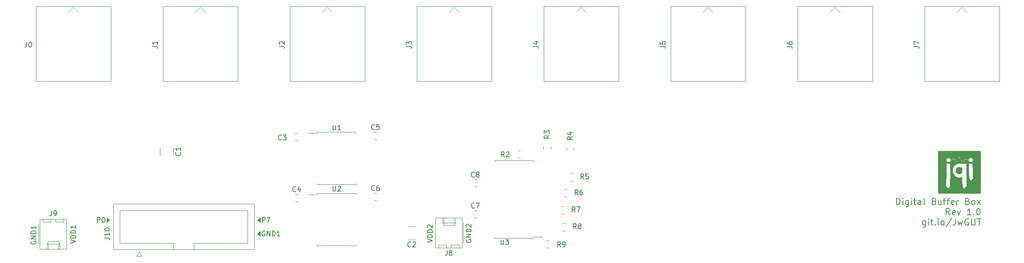
<source format=gbr>
%TF.GenerationSoftware,KiCad,Pcbnew,(5.1.10-1-10_14)*%
%TF.CreationDate,2021-10-08T10:07:37-04:00*%
%TF.ProjectId,BufferBox,42756666-6572-4426-9f78-2e6b69636164,1.1*%
%TF.SameCoordinates,Original*%
%TF.FileFunction,Legend,Top*%
%TF.FilePolarity,Positive*%
%FSLAX46Y46*%
G04 Gerber Fmt 4.6, Leading zero omitted, Abs format (unit mm)*
G04 Created by KiCad (PCBNEW (5.1.10-1-10_14)) date 2021-10-08 10:07:37*
%MOMM*%
%LPD*%
G01*
G04 APERTURE LIST*
%ADD10C,0.150000*%
%ADD11C,0.100000*%
%ADD12C,0.010000*%
%ADD13C,0.120000*%
G04 APERTURE END LIST*
D10*
X223898690Y-104899523D02*
X223898690Y-103629523D01*
X224201071Y-103629523D01*
X224382500Y-103690000D01*
X224503452Y-103810952D01*
X224563928Y-103931904D01*
X224624404Y-104173809D01*
X224624404Y-104355238D01*
X224563928Y-104597142D01*
X224503452Y-104718095D01*
X224382500Y-104839047D01*
X224201071Y-104899523D01*
X223898690Y-104899523D01*
X225168690Y-104899523D02*
X225168690Y-104052857D01*
X225168690Y-103629523D02*
X225108214Y-103690000D01*
X225168690Y-103750476D01*
X225229166Y-103690000D01*
X225168690Y-103629523D01*
X225168690Y-103750476D01*
X226317738Y-104052857D02*
X226317738Y-105080952D01*
X226257261Y-105201904D01*
X226196785Y-105262380D01*
X226075833Y-105322857D01*
X225894404Y-105322857D01*
X225773452Y-105262380D01*
X226317738Y-104839047D02*
X226196785Y-104899523D01*
X225954880Y-104899523D01*
X225833928Y-104839047D01*
X225773452Y-104778571D01*
X225712976Y-104657619D01*
X225712976Y-104294761D01*
X225773452Y-104173809D01*
X225833928Y-104113333D01*
X225954880Y-104052857D01*
X226196785Y-104052857D01*
X226317738Y-104113333D01*
X226922500Y-104899523D02*
X226922500Y-104052857D01*
X226922500Y-103629523D02*
X226862023Y-103690000D01*
X226922500Y-103750476D01*
X226982976Y-103690000D01*
X226922500Y-103629523D01*
X226922500Y-103750476D01*
X227345833Y-104052857D02*
X227829642Y-104052857D01*
X227527261Y-103629523D02*
X227527261Y-104718095D01*
X227587738Y-104839047D01*
X227708690Y-104899523D01*
X227829642Y-104899523D01*
X228797261Y-104899523D02*
X228797261Y-104234285D01*
X228736785Y-104113333D01*
X228615833Y-104052857D01*
X228373928Y-104052857D01*
X228252976Y-104113333D01*
X228797261Y-104839047D02*
X228676309Y-104899523D01*
X228373928Y-104899523D01*
X228252976Y-104839047D01*
X228192500Y-104718095D01*
X228192500Y-104597142D01*
X228252976Y-104476190D01*
X228373928Y-104415714D01*
X228676309Y-104415714D01*
X228797261Y-104355238D01*
X229583452Y-104899523D02*
X229462500Y-104839047D01*
X229402023Y-104718095D01*
X229402023Y-103629523D01*
X231458214Y-104234285D02*
X231639642Y-104294761D01*
X231700119Y-104355238D01*
X231760595Y-104476190D01*
X231760595Y-104657619D01*
X231700119Y-104778571D01*
X231639642Y-104839047D01*
X231518690Y-104899523D01*
X231034880Y-104899523D01*
X231034880Y-103629523D01*
X231458214Y-103629523D01*
X231579166Y-103690000D01*
X231639642Y-103750476D01*
X231700119Y-103871428D01*
X231700119Y-103992380D01*
X231639642Y-104113333D01*
X231579166Y-104173809D01*
X231458214Y-104234285D01*
X231034880Y-104234285D01*
X232849166Y-104052857D02*
X232849166Y-104899523D01*
X232304880Y-104052857D02*
X232304880Y-104718095D01*
X232365357Y-104839047D01*
X232486309Y-104899523D01*
X232667738Y-104899523D01*
X232788690Y-104839047D01*
X232849166Y-104778571D01*
X233272500Y-104052857D02*
X233756309Y-104052857D01*
X233453928Y-104899523D02*
X233453928Y-103810952D01*
X233514404Y-103690000D01*
X233635357Y-103629523D01*
X233756309Y-103629523D01*
X233998214Y-104052857D02*
X234482023Y-104052857D01*
X234179642Y-104899523D02*
X234179642Y-103810952D01*
X234240119Y-103690000D01*
X234361071Y-103629523D01*
X234482023Y-103629523D01*
X235389166Y-104839047D02*
X235268214Y-104899523D01*
X235026309Y-104899523D01*
X234905357Y-104839047D01*
X234844880Y-104718095D01*
X234844880Y-104234285D01*
X234905357Y-104113333D01*
X235026309Y-104052857D01*
X235268214Y-104052857D01*
X235389166Y-104113333D01*
X235449642Y-104234285D01*
X235449642Y-104355238D01*
X234844880Y-104476190D01*
X235993928Y-104899523D02*
X235993928Y-104052857D01*
X235993928Y-104294761D02*
X236054404Y-104173809D01*
X236114880Y-104113333D01*
X236235833Y-104052857D01*
X236356785Y-104052857D01*
X238171071Y-104234285D02*
X238352500Y-104294761D01*
X238412976Y-104355238D01*
X238473452Y-104476190D01*
X238473452Y-104657619D01*
X238412976Y-104778571D01*
X238352500Y-104839047D01*
X238231547Y-104899523D01*
X237747738Y-104899523D01*
X237747738Y-103629523D01*
X238171071Y-103629523D01*
X238292023Y-103690000D01*
X238352500Y-103750476D01*
X238412976Y-103871428D01*
X238412976Y-103992380D01*
X238352500Y-104113333D01*
X238292023Y-104173809D01*
X238171071Y-104234285D01*
X237747738Y-104234285D01*
X239199166Y-104899523D02*
X239078214Y-104839047D01*
X239017738Y-104778571D01*
X238957261Y-104657619D01*
X238957261Y-104294761D01*
X239017738Y-104173809D01*
X239078214Y-104113333D01*
X239199166Y-104052857D01*
X239380595Y-104052857D01*
X239501547Y-104113333D01*
X239562023Y-104173809D01*
X239622500Y-104294761D01*
X239622500Y-104657619D01*
X239562023Y-104778571D01*
X239501547Y-104839047D01*
X239380595Y-104899523D01*
X239199166Y-104899523D01*
X240045833Y-104899523D02*
X240711071Y-104052857D01*
X240045833Y-104052857D02*
X240711071Y-104899523D01*
X234602976Y-106954523D02*
X234179642Y-106349761D01*
X233877261Y-106954523D02*
X233877261Y-105684523D01*
X234361071Y-105684523D01*
X234482023Y-105745000D01*
X234542500Y-105805476D01*
X234602976Y-105926428D01*
X234602976Y-106107857D01*
X234542500Y-106228809D01*
X234482023Y-106289285D01*
X234361071Y-106349761D01*
X233877261Y-106349761D01*
X235631071Y-106894047D02*
X235510119Y-106954523D01*
X235268214Y-106954523D01*
X235147261Y-106894047D01*
X235086785Y-106773095D01*
X235086785Y-106289285D01*
X235147261Y-106168333D01*
X235268214Y-106107857D01*
X235510119Y-106107857D01*
X235631071Y-106168333D01*
X235691547Y-106289285D01*
X235691547Y-106410238D01*
X235086785Y-106531190D01*
X236114880Y-106107857D02*
X236417261Y-106954523D01*
X236719642Y-106107857D01*
X238836309Y-106954523D02*
X238110595Y-106954523D01*
X238473452Y-106954523D02*
X238473452Y-105684523D01*
X238352500Y-105865952D01*
X238231547Y-105986904D01*
X238110595Y-106047380D01*
X239380595Y-106833571D02*
X239441071Y-106894047D01*
X239380595Y-106954523D01*
X239320119Y-106894047D01*
X239380595Y-106833571D01*
X239380595Y-106954523D01*
X240227261Y-105684523D02*
X240348214Y-105684523D01*
X240469166Y-105745000D01*
X240529642Y-105805476D01*
X240590119Y-105926428D01*
X240650595Y-106168333D01*
X240650595Y-106470714D01*
X240590119Y-106712619D01*
X240529642Y-106833571D01*
X240469166Y-106894047D01*
X240348214Y-106954523D01*
X240227261Y-106954523D01*
X240106309Y-106894047D01*
X240045833Y-106833571D01*
X239985357Y-106712619D01*
X239924880Y-106470714D01*
X239924880Y-106168333D01*
X239985357Y-105926428D01*
X240045833Y-105805476D01*
X240106309Y-105745000D01*
X240227261Y-105684523D01*
X229704404Y-108162857D02*
X229704404Y-109190952D01*
X229643928Y-109311904D01*
X229583452Y-109372380D01*
X229462500Y-109432857D01*
X229281071Y-109432857D01*
X229160119Y-109372380D01*
X229704404Y-108949047D02*
X229583452Y-109009523D01*
X229341547Y-109009523D01*
X229220595Y-108949047D01*
X229160119Y-108888571D01*
X229099642Y-108767619D01*
X229099642Y-108404761D01*
X229160119Y-108283809D01*
X229220595Y-108223333D01*
X229341547Y-108162857D01*
X229583452Y-108162857D01*
X229704404Y-108223333D01*
X230309166Y-109009523D02*
X230309166Y-108162857D01*
X230309166Y-107739523D02*
X230248690Y-107800000D01*
X230309166Y-107860476D01*
X230369642Y-107800000D01*
X230309166Y-107739523D01*
X230309166Y-107860476D01*
X230732500Y-108162857D02*
X231216309Y-108162857D01*
X230913928Y-107739523D02*
X230913928Y-108828095D01*
X230974404Y-108949047D01*
X231095357Y-109009523D01*
X231216309Y-109009523D01*
X231639642Y-108888571D02*
X231700119Y-108949047D01*
X231639642Y-109009523D01*
X231579166Y-108949047D01*
X231639642Y-108888571D01*
X231639642Y-109009523D01*
X232244404Y-109009523D02*
X232244404Y-108162857D01*
X232244404Y-107739523D02*
X232183928Y-107800000D01*
X232244404Y-107860476D01*
X232304880Y-107800000D01*
X232244404Y-107739523D01*
X232244404Y-107860476D01*
X233030595Y-109009523D02*
X232909642Y-108949047D01*
X232849166Y-108888571D01*
X232788690Y-108767619D01*
X232788690Y-108404761D01*
X232849166Y-108283809D01*
X232909642Y-108223333D01*
X233030595Y-108162857D01*
X233212023Y-108162857D01*
X233332976Y-108223333D01*
X233393452Y-108283809D01*
X233453928Y-108404761D01*
X233453928Y-108767619D01*
X233393452Y-108888571D01*
X233332976Y-108949047D01*
X233212023Y-109009523D01*
X233030595Y-109009523D01*
X234905357Y-107679047D02*
X233816785Y-109311904D01*
X235691547Y-107739523D02*
X235691547Y-108646666D01*
X235631071Y-108828095D01*
X235510119Y-108949047D01*
X235328690Y-109009523D01*
X235207738Y-109009523D01*
X236175357Y-108162857D02*
X236417261Y-109009523D01*
X236659166Y-108404761D01*
X236901071Y-109009523D01*
X237142976Y-108162857D01*
X238292023Y-107800000D02*
X238171071Y-107739523D01*
X237989642Y-107739523D01*
X237808214Y-107800000D01*
X237687261Y-107920952D01*
X237626785Y-108041904D01*
X237566309Y-108283809D01*
X237566309Y-108465238D01*
X237626785Y-108707142D01*
X237687261Y-108828095D01*
X237808214Y-108949047D01*
X237989642Y-109009523D01*
X238110595Y-109009523D01*
X238292023Y-108949047D01*
X238352500Y-108888571D01*
X238352500Y-108465238D01*
X238110595Y-108465238D01*
X238896785Y-107739523D02*
X238896785Y-108767619D01*
X238957261Y-108888571D01*
X239017738Y-108949047D01*
X239138690Y-109009523D01*
X239380595Y-109009523D01*
X239501547Y-108949047D01*
X239562023Y-108888571D01*
X239622500Y-108767619D01*
X239622500Y-107739523D01*
X240045833Y-107739523D02*
X240771547Y-107739523D01*
X240408690Y-109009523D02*
X240408690Y-107739523D01*
X130052380Y-112459523D02*
X131052380Y-112126190D01*
X130052380Y-111792857D01*
X131052380Y-111459523D02*
X130052380Y-111459523D01*
X130052380Y-111221428D01*
X130100000Y-111078571D01*
X130195238Y-110983333D01*
X130290476Y-110935714D01*
X130480952Y-110888095D01*
X130623809Y-110888095D01*
X130814285Y-110935714D01*
X130909523Y-110983333D01*
X131004761Y-111078571D01*
X131052380Y-111221428D01*
X131052380Y-111459523D01*
X131052380Y-110459523D02*
X130052380Y-110459523D01*
X130052380Y-110221428D01*
X130100000Y-110078571D01*
X130195238Y-109983333D01*
X130290476Y-109935714D01*
X130480952Y-109888095D01*
X130623809Y-109888095D01*
X130814285Y-109935714D01*
X130909523Y-109983333D01*
X131004761Y-110078571D01*
X131052380Y-110221428D01*
X131052380Y-110459523D01*
X130147619Y-109507142D02*
X130100000Y-109459523D01*
X130052380Y-109364285D01*
X130052380Y-109126190D01*
X130100000Y-109030952D01*
X130147619Y-108983333D01*
X130242857Y-108935714D01*
X130338095Y-108935714D01*
X130480952Y-108983333D01*
X131052380Y-109554761D01*
X131052380Y-108935714D01*
X137850000Y-111888095D02*
X137802380Y-111983333D01*
X137802380Y-112126190D01*
X137850000Y-112269047D01*
X137945238Y-112364285D01*
X138040476Y-112411904D01*
X138230952Y-112459523D01*
X138373809Y-112459523D01*
X138564285Y-112411904D01*
X138659523Y-112364285D01*
X138754761Y-112269047D01*
X138802380Y-112126190D01*
X138802380Y-112030952D01*
X138754761Y-111888095D01*
X138707142Y-111840476D01*
X138373809Y-111840476D01*
X138373809Y-112030952D01*
X138802380Y-111411904D02*
X137802380Y-111411904D01*
X138802380Y-110840476D01*
X137802380Y-110840476D01*
X138802380Y-110364285D02*
X137802380Y-110364285D01*
X137802380Y-110126190D01*
X137850000Y-109983333D01*
X137945238Y-109888095D01*
X138040476Y-109840476D01*
X138230952Y-109792857D01*
X138373809Y-109792857D01*
X138564285Y-109840476D01*
X138659523Y-109888095D01*
X138754761Y-109983333D01*
X138802380Y-110126190D01*
X138802380Y-110364285D01*
X137897619Y-109411904D02*
X137850000Y-109364285D01*
X137802380Y-109269047D01*
X137802380Y-109030952D01*
X137850000Y-108935714D01*
X137897619Y-108888095D01*
X137992857Y-108840476D01*
X138088095Y-108840476D01*
X138230952Y-108888095D01*
X138802380Y-109459523D01*
X138802380Y-108840476D01*
X50750000Y-112238095D02*
X50702380Y-112333333D01*
X50702380Y-112476190D01*
X50750000Y-112619047D01*
X50845238Y-112714285D01*
X50940476Y-112761904D01*
X51130952Y-112809523D01*
X51273809Y-112809523D01*
X51464285Y-112761904D01*
X51559523Y-112714285D01*
X51654761Y-112619047D01*
X51702380Y-112476190D01*
X51702380Y-112380952D01*
X51654761Y-112238095D01*
X51607142Y-112190476D01*
X51273809Y-112190476D01*
X51273809Y-112380952D01*
X51702380Y-111761904D02*
X50702380Y-111761904D01*
X51702380Y-111190476D01*
X50702380Y-111190476D01*
X51702380Y-110714285D02*
X50702380Y-110714285D01*
X50702380Y-110476190D01*
X50750000Y-110333333D01*
X50845238Y-110238095D01*
X50940476Y-110190476D01*
X51130952Y-110142857D01*
X51273809Y-110142857D01*
X51464285Y-110190476D01*
X51559523Y-110238095D01*
X51654761Y-110333333D01*
X51702380Y-110476190D01*
X51702380Y-110714285D01*
X51702380Y-109190476D02*
X51702380Y-109761904D01*
X51702380Y-109476190D02*
X50702380Y-109476190D01*
X50845238Y-109571428D01*
X50940476Y-109666666D01*
X50988095Y-109761904D01*
X58702380Y-112609523D02*
X59702380Y-112276190D01*
X58702380Y-111942857D01*
X59702380Y-111609523D02*
X58702380Y-111609523D01*
X58702380Y-111371428D01*
X58750000Y-111228571D01*
X58845238Y-111133333D01*
X58940476Y-111085714D01*
X59130952Y-111038095D01*
X59273809Y-111038095D01*
X59464285Y-111085714D01*
X59559523Y-111133333D01*
X59654761Y-111228571D01*
X59702380Y-111371428D01*
X59702380Y-111609523D01*
X59702380Y-110609523D02*
X58702380Y-110609523D01*
X58702380Y-110371428D01*
X58750000Y-110228571D01*
X58845238Y-110133333D01*
X58940476Y-110085714D01*
X59130952Y-110038095D01*
X59273809Y-110038095D01*
X59464285Y-110085714D01*
X59559523Y-110133333D01*
X59654761Y-110228571D01*
X59702380Y-110371428D01*
X59702380Y-110609523D01*
X59702380Y-109085714D02*
X59702380Y-109657142D01*
X59702380Y-109371428D02*
X58702380Y-109371428D01*
X58845238Y-109466666D01*
X58940476Y-109561904D01*
X58988095Y-109657142D01*
D11*
G36*
X96600000Y-111250000D02*
G01*
X96000000Y-110750000D01*
X96600000Y-110250000D01*
X96600000Y-111250000D01*
G37*
X96600000Y-111250000D02*
X96000000Y-110750000D01*
X96600000Y-110250000D01*
X96600000Y-111250000D01*
D10*
X97511904Y-110250000D02*
X97416666Y-110202380D01*
X97273809Y-110202380D01*
X97130952Y-110250000D01*
X97035714Y-110345238D01*
X96988095Y-110440476D01*
X96940476Y-110630952D01*
X96940476Y-110773809D01*
X96988095Y-110964285D01*
X97035714Y-111059523D01*
X97130952Y-111154761D01*
X97273809Y-111202380D01*
X97369047Y-111202380D01*
X97511904Y-111154761D01*
X97559523Y-111107142D01*
X97559523Y-110773809D01*
X97369047Y-110773809D01*
X97988095Y-111202380D02*
X97988095Y-110202380D01*
X98559523Y-111202380D01*
X98559523Y-110202380D01*
X99035714Y-111202380D02*
X99035714Y-110202380D01*
X99273809Y-110202380D01*
X99416666Y-110250000D01*
X99511904Y-110345238D01*
X99559523Y-110440476D01*
X99607142Y-110630952D01*
X99607142Y-110773809D01*
X99559523Y-110964285D01*
X99511904Y-111059523D01*
X99416666Y-111154761D01*
X99273809Y-111202380D01*
X99035714Y-111202380D01*
X100559523Y-111202380D02*
X99988095Y-111202380D01*
X100273809Y-111202380D02*
X100273809Y-110202380D01*
X100178571Y-110345238D01*
X100083333Y-110440476D01*
X99988095Y-110488095D01*
X97011904Y-108452380D02*
X97011904Y-107452380D01*
X97392857Y-107452380D01*
X97488095Y-107500000D01*
X97535714Y-107547619D01*
X97583333Y-107642857D01*
X97583333Y-107785714D01*
X97535714Y-107880952D01*
X97488095Y-107928571D01*
X97392857Y-107976190D01*
X97011904Y-107976190D01*
X97916666Y-107452380D02*
X98583333Y-107452380D01*
X98154761Y-108452380D01*
D11*
G36*
X96600000Y-108500000D02*
G01*
X96000000Y-108000000D01*
X96600000Y-107500000D01*
X96600000Y-108500000D01*
G37*
X96600000Y-108500000D02*
X96000000Y-108000000D01*
X96600000Y-107500000D01*
X96600000Y-108500000D01*
G36*
X66500000Y-108000000D02*
G01*
X65900000Y-108500000D01*
X65900000Y-107500000D01*
X66500000Y-108000000D01*
G37*
X66500000Y-108000000D02*
X65900000Y-108500000D01*
X65900000Y-107500000D01*
X66500000Y-108000000D01*
D10*
X64011904Y-108452380D02*
X64011904Y-107452380D01*
X64392857Y-107452380D01*
X64488095Y-107500000D01*
X64535714Y-107547619D01*
X64583333Y-107642857D01*
X64583333Y-107785714D01*
X64535714Y-107880952D01*
X64488095Y-107928571D01*
X64392857Y-107976190D01*
X64011904Y-107976190D01*
X65202380Y-107452380D02*
X65297619Y-107452380D01*
X65392857Y-107500000D01*
X65440476Y-107547619D01*
X65488095Y-107642857D01*
X65535714Y-107833333D01*
X65535714Y-108071428D01*
X65488095Y-108261904D01*
X65440476Y-108357142D01*
X65392857Y-108404761D01*
X65297619Y-108452380D01*
X65202380Y-108452380D01*
X65107142Y-108404761D01*
X65059523Y-108357142D01*
X65011904Y-108261904D01*
X64964285Y-108071428D01*
X64964285Y-107833333D01*
X65011904Y-107642857D01*
X65059523Y-107547619D01*
X65107142Y-107500000D01*
X65202380Y-107452380D01*
D12*
%TO.C,G\u002A\u002A\u002A*%
G36*
X240715333Y-102657333D02*
G01*
X232248667Y-102657333D01*
X232248667Y-101102653D01*
X233646342Y-101102653D01*
X233784457Y-101255576D01*
X233899767Y-101383682D01*
X234016874Y-101514421D01*
X234045117Y-101546083D01*
X234145227Y-101645255D01*
X234222524Y-101675428D01*
X234301018Y-101638141D01*
X234374725Y-101567250D01*
X234439952Y-101490436D01*
X234493402Y-101405493D01*
X234536398Y-101303264D01*
X234570261Y-101174596D01*
X234596313Y-101010331D01*
X234615878Y-100801316D01*
X234630277Y-100538394D01*
X234640833Y-100212411D01*
X234648867Y-99814210D01*
X234651394Y-99651667D01*
X234655477Y-99269874D01*
X234657079Y-98867340D01*
X234656305Y-98464984D01*
X234653258Y-98083728D01*
X234651052Y-97940170D01*
X235093587Y-97940170D01*
X235117034Y-98292970D01*
X235150214Y-98446856D01*
X235267067Y-98756141D01*
X235441948Y-99024509D01*
X235664004Y-99240279D01*
X235922382Y-99391771D01*
X236076300Y-99443526D01*
X236256584Y-99470341D01*
X236475524Y-99466400D01*
X236750307Y-99431046D01*
X236847852Y-99413911D01*
X236980871Y-99389397D01*
X237001353Y-100208448D01*
X237012075Y-100543144D01*
X237026121Y-100804248D01*
X237044456Y-101002801D01*
X237068044Y-101149846D01*
X237091259Y-101237555D01*
X237155631Y-101384953D01*
X237241795Y-101521984D01*
X237333669Y-101627654D01*
X237415174Y-101680970D01*
X237432972Y-101683667D01*
X237480917Y-101655295D01*
X237572152Y-101579018D01*
X237691421Y-101468096D01*
X237768479Y-101392057D01*
X238057853Y-101100448D01*
X237966205Y-100976487D01*
X237945573Y-100947227D01*
X237928308Y-100915202D01*
X237914122Y-100873106D01*
X237902729Y-100813634D01*
X237893842Y-100729480D01*
X237887172Y-100613338D01*
X237882433Y-100457902D01*
X237879338Y-100255867D01*
X237877599Y-99999927D01*
X237876930Y-99682775D01*
X237877043Y-99297107D01*
X237877650Y-98835616D01*
X237877814Y-98728097D01*
X237880999Y-96650617D01*
X238340503Y-96650617D01*
X238355285Y-98077059D01*
X238361765Y-98548635D01*
X238370569Y-98938451D01*
X238381671Y-99245872D01*
X238395046Y-99470264D01*
X238410667Y-99610993D01*
X238419985Y-99651850D01*
X238472245Y-99761029D01*
X238551898Y-99880510D01*
X238640542Y-99987346D01*
X238719776Y-100058590D01*
X238759308Y-100075000D01*
X238805526Y-100045852D01*
X238888685Y-99969684D01*
X238983944Y-99870333D01*
X239129574Y-99710865D01*
X239226653Y-99601870D01*
X239281999Y-99529763D01*
X239302428Y-99480962D01*
X239294757Y-99441885D01*
X239265801Y-99398948D01*
X239238788Y-99362525D01*
X239213839Y-99323977D01*
X239193945Y-99279689D01*
X239178431Y-99219993D01*
X239166625Y-99135219D01*
X239157850Y-99015697D01*
X239151435Y-98851757D01*
X239146704Y-98633730D01*
X239142983Y-98351947D01*
X239139599Y-97996737D01*
X239139035Y-97931501D01*
X239127833Y-96624833D01*
X238873833Y-96611675D01*
X238708428Y-96608793D01*
X238554902Y-96615453D01*
X238480168Y-96624567D01*
X238340503Y-96650617D01*
X237880999Y-96650617D01*
X237881071Y-96603667D01*
X237458806Y-96603667D01*
X237257725Y-96606099D01*
X237125575Y-96614944D01*
X237046719Y-96632521D01*
X237005520Y-96661149D01*
X236998311Y-96671978D01*
X236958184Y-96716031D01*
X236896812Y-96705100D01*
X236858807Y-96686089D01*
X236766320Y-96658916D01*
X236620533Y-96639467D01*
X236452734Y-96631891D01*
X236450047Y-96631889D01*
X236148009Y-96660870D01*
X235881112Y-96753069D01*
X235631240Y-96916368D01*
X235479471Y-97054231D01*
X235276325Y-97314372D01*
X235147191Y-97611828D01*
X235093587Y-97940170D01*
X234651052Y-97940170D01*
X234648043Y-97744494D01*
X234640765Y-97468202D01*
X234640455Y-97459390D01*
X234609910Y-96600614D01*
X234223038Y-96612724D01*
X233836167Y-96624833D01*
X233815000Y-98720333D01*
X233809921Y-99200692D01*
X233805010Y-99603737D01*
X233799957Y-99936822D01*
X233794448Y-100207297D01*
X233788173Y-100422516D01*
X233780820Y-100589829D01*
X233772078Y-100716590D01*
X233761634Y-100810151D01*
X233749176Y-100877863D01*
X233734395Y-100927079D01*
X233720088Y-100959243D01*
X233646342Y-101102653D01*
X232248667Y-101102653D01*
X232248667Y-95907351D01*
X233792802Y-95907351D01*
X233806236Y-96064412D01*
X233882135Y-96209589D01*
X233999281Y-96310451D01*
X234172755Y-96381541D01*
X234340502Y-96372417D01*
X234482613Y-96307272D01*
X234588574Y-96222571D01*
X234664095Y-96127412D01*
X234669325Y-96116930D01*
X234727256Y-96038581D01*
X234785215Y-96011000D01*
X234859086Y-95991981D01*
X234975187Y-95943231D01*
X235056469Y-95902600D01*
X235188293Y-95843421D01*
X235303712Y-95810128D01*
X235351559Y-95807350D01*
X235430115Y-95852567D01*
X235533331Y-95962414D01*
X235616082Y-96074500D01*
X235714780Y-96211154D01*
X235789370Y-96288961D01*
X235857248Y-96322872D01*
X235911635Y-96328500D01*
X236022347Y-96295473D01*
X236124642Y-96192951D01*
X236222291Y-96015768D01*
X236312193Y-95779591D01*
X236384591Y-95598231D01*
X236453365Y-95499172D01*
X236517751Y-95483244D01*
X236555593Y-95516099D01*
X236588388Y-95578022D01*
X236640810Y-95695590D01*
X236702457Y-95845287D01*
X236712902Y-95871718D01*
X236821216Y-96110106D01*
X236927700Y-96264700D01*
X237035157Y-96336246D01*
X237146395Y-96325488D01*
X237264217Y-96233171D01*
X237391429Y-96060042D01*
X237395703Y-96053149D01*
X237505858Y-95896418D01*
X237606890Y-95814690D01*
X237717399Y-95802970D01*
X237855984Y-95856263D01*
X237942500Y-95906271D01*
X238065538Y-95969867D01*
X238175492Y-96006928D01*
X238207083Y-96010783D01*
X238283308Y-96034315D01*
X238302333Y-96072576D01*
X238335794Y-96153663D01*
X238418705Y-96247916D01*
X238524863Y-96330491D01*
X238621325Y-96374990D01*
X238788928Y-96379185D01*
X238950469Y-96319877D01*
X239084861Y-96212415D01*
X239171013Y-96072145D01*
X239191333Y-95960176D01*
X239154002Y-95769681D01*
X239050683Y-95621649D01*
X238894391Y-95529281D01*
X238741959Y-95504346D01*
X238555177Y-95539200D01*
X238400422Y-95637194D01*
X238300165Y-95783946D01*
X238298535Y-95788155D01*
X238255362Y-95861522D01*
X238185981Y-95872909D01*
X238142947Y-95863965D01*
X238032492Y-95821813D01*
X237963589Y-95777815D01*
X237876363Y-95719858D01*
X237783505Y-95676264D01*
X237642100Y-95656752D01*
X237512664Y-95714438D01*
X237388014Y-95852807D01*
X237372547Y-95875743D01*
X237260553Y-96034425D01*
X237161956Y-96152060D01*
X237088435Y-96215403D01*
X237066615Y-96222667D01*
X237035457Y-96186728D01*
X236977380Y-96089011D01*
X236900833Y-95944664D01*
X236818712Y-95778167D01*
X236723479Y-95583621D01*
X236652927Y-95454385D01*
X236598306Y-95377980D01*
X236550866Y-95341927D01*
X236507068Y-95333667D01*
X236443054Y-95340733D01*
X236388957Y-95370327D01*
X236335574Y-95435045D01*
X236273704Y-95547480D01*
X236194144Y-95720227D01*
X236148829Y-95823973D01*
X236074673Y-95986291D01*
X236008003Y-96116339D01*
X235958396Y-96196184D01*
X235941435Y-96212355D01*
X235895254Y-96188533D01*
X235817831Y-96111437D01*
X235725770Y-95997641D01*
X235724070Y-95995343D01*
X235573595Y-95809471D01*
X235444377Y-95696683D01*
X235323558Y-95652574D01*
X235198278Y-95672740D01*
X235055676Y-95752776D01*
X235042667Y-95761968D01*
X234924948Y-95827888D01*
X234824408Y-95864424D01*
X234736932Y-95870918D01*
X234692439Y-95822481D01*
X234681876Y-95792337D01*
X234597697Y-95651095D01*
X234455879Y-95550205D01*
X234279798Y-95505413D01*
X234254626Y-95504522D01*
X234072742Y-95536992D01*
X233931508Y-95626429D01*
X233836377Y-95755619D01*
X233792802Y-95907351D01*
X232248667Y-95907351D01*
X232248667Y-94190667D01*
X240715333Y-94190667D01*
X240715333Y-102657333D01*
G37*
X240715333Y-102657333D02*
X232248667Y-102657333D01*
X232248667Y-101102653D01*
X233646342Y-101102653D01*
X233784457Y-101255576D01*
X233899767Y-101383682D01*
X234016874Y-101514421D01*
X234045117Y-101546083D01*
X234145227Y-101645255D01*
X234222524Y-101675428D01*
X234301018Y-101638141D01*
X234374725Y-101567250D01*
X234439952Y-101490436D01*
X234493402Y-101405493D01*
X234536398Y-101303264D01*
X234570261Y-101174596D01*
X234596313Y-101010331D01*
X234615878Y-100801316D01*
X234630277Y-100538394D01*
X234640833Y-100212411D01*
X234648867Y-99814210D01*
X234651394Y-99651667D01*
X234655477Y-99269874D01*
X234657079Y-98867340D01*
X234656305Y-98464984D01*
X234653258Y-98083728D01*
X234651052Y-97940170D01*
X235093587Y-97940170D01*
X235117034Y-98292970D01*
X235150214Y-98446856D01*
X235267067Y-98756141D01*
X235441948Y-99024509D01*
X235664004Y-99240279D01*
X235922382Y-99391771D01*
X236076300Y-99443526D01*
X236256584Y-99470341D01*
X236475524Y-99466400D01*
X236750307Y-99431046D01*
X236847852Y-99413911D01*
X236980871Y-99389397D01*
X237001353Y-100208448D01*
X237012075Y-100543144D01*
X237026121Y-100804248D01*
X237044456Y-101002801D01*
X237068044Y-101149846D01*
X237091259Y-101237555D01*
X237155631Y-101384953D01*
X237241795Y-101521984D01*
X237333669Y-101627654D01*
X237415174Y-101680970D01*
X237432972Y-101683667D01*
X237480917Y-101655295D01*
X237572152Y-101579018D01*
X237691421Y-101468096D01*
X237768479Y-101392057D01*
X238057853Y-101100448D01*
X237966205Y-100976487D01*
X237945573Y-100947227D01*
X237928308Y-100915202D01*
X237914122Y-100873106D01*
X237902729Y-100813634D01*
X237893842Y-100729480D01*
X237887172Y-100613338D01*
X237882433Y-100457902D01*
X237879338Y-100255867D01*
X237877599Y-99999927D01*
X237876930Y-99682775D01*
X237877043Y-99297107D01*
X237877650Y-98835616D01*
X237877814Y-98728097D01*
X237880999Y-96650617D01*
X238340503Y-96650617D01*
X238355285Y-98077059D01*
X238361765Y-98548635D01*
X238370569Y-98938451D01*
X238381671Y-99245872D01*
X238395046Y-99470264D01*
X238410667Y-99610993D01*
X238419985Y-99651850D01*
X238472245Y-99761029D01*
X238551898Y-99880510D01*
X238640542Y-99987346D01*
X238719776Y-100058590D01*
X238759308Y-100075000D01*
X238805526Y-100045852D01*
X238888685Y-99969684D01*
X238983944Y-99870333D01*
X239129574Y-99710865D01*
X239226653Y-99601870D01*
X239281999Y-99529763D01*
X239302428Y-99480962D01*
X239294757Y-99441885D01*
X239265801Y-99398948D01*
X239238788Y-99362525D01*
X239213839Y-99323977D01*
X239193945Y-99279689D01*
X239178431Y-99219993D01*
X239166625Y-99135219D01*
X239157850Y-99015697D01*
X239151435Y-98851757D01*
X239146704Y-98633730D01*
X239142983Y-98351947D01*
X239139599Y-97996737D01*
X239139035Y-97931501D01*
X239127833Y-96624833D01*
X238873833Y-96611675D01*
X238708428Y-96608793D01*
X238554902Y-96615453D01*
X238480168Y-96624567D01*
X238340503Y-96650617D01*
X237880999Y-96650617D01*
X237881071Y-96603667D01*
X237458806Y-96603667D01*
X237257725Y-96606099D01*
X237125575Y-96614944D01*
X237046719Y-96632521D01*
X237005520Y-96661149D01*
X236998311Y-96671978D01*
X236958184Y-96716031D01*
X236896812Y-96705100D01*
X236858807Y-96686089D01*
X236766320Y-96658916D01*
X236620533Y-96639467D01*
X236452734Y-96631891D01*
X236450047Y-96631889D01*
X236148009Y-96660870D01*
X235881112Y-96753069D01*
X235631240Y-96916368D01*
X235479471Y-97054231D01*
X235276325Y-97314372D01*
X235147191Y-97611828D01*
X235093587Y-97940170D01*
X234651052Y-97940170D01*
X234648043Y-97744494D01*
X234640765Y-97468202D01*
X234640455Y-97459390D01*
X234609910Y-96600614D01*
X234223038Y-96612724D01*
X233836167Y-96624833D01*
X233815000Y-98720333D01*
X233809921Y-99200692D01*
X233805010Y-99603737D01*
X233799957Y-99936822D01*
X233794448Y-100207297D01*
X233788173Y-100422516D01*
X233780820Y-100589829D01*
X233772078Y-100716590D01*
X233761634Y-100810151D01*
X233749176Y-100877863D01*
X233734395Y-100927079D01*
X233720088Y-100959243D01*
X233646342Y-101102653D01*
X232248667Y-101102653D01*
X232248667Y-95907351D01*
X233792802Y-95907351D01*
X233806236Y-96064412D01*
X233882135Y-96209589D01*
X233999281Y-96310451D01*
X234172755Y-96381541D01*
X234340502Y-96372417D01*
X234482613Y-96307272D01*
X234588574Y-96222571D01*
X234664095Y-96127412D01*
X234669325Y-96116930D01*
X234727256Y-96038581D01*
X234785215Y-96011000D01*
X234859086Y-95991981D01*
X234975187Y-95943231D01*
X235056469Y-95902600D01*
X235188293Y-95843421D01*
X235303712Y-95810128D01*
X235351559Y-95807350D01*
X235430115Y-95852567D01*
X235533331Y-95962414D01*
X235616082Y-96074500D01*
X235714780Y-96211154D01*
X235789370Y-96288961D01*
X235857248Y-96322872D01*
X235911635Y-96328500D01*
X236022347Y-96295473D01*
X236124642Y-96192951D01*
X236222291Y-96015768D01*
X236312193Y-95779591D01*
X236384591Y-95598231D01*
X236453365Y-95499172D01*
X236517751Y-95483244D01*
X236555593Y-95516099D01*
X236588388Y-95578022D01*
X236640810Y-95695590D01*
X236702457Y-95845287D01*
X236712902Y-95871718D01*
X236821216Y-96110106D01*
X236927700Y-96264700D01*
X237035157Y-96336246D01*
X237146395Y-96325488D01*
X237264217Y-96233171D01*
X237391429Y-96060042D01*
X237395703Y-96053149D01*
X237505858Y-95896418D01*
X237606890Y-95814690D01*
X237717399Y-95802970D01*
X237855984Y-95856263D01*
X237942500Y-95906271D01*
X238065538Y-95969867D01*
X238175492Y-96006928D01*
X238207083Y-96010783D01*
X238283308Y-96034315D01*
X238302333Y-96072576D01*
X238335794Y-96153663D01*
X238418705Y-96247916D01*
X238524863Y-96330491D01*
X238621325Y-96374990D01*
X238788928Y-96379185D01*
X238950469Y-96319877D01*
X239084861Y-96212415D01*
X239171013Y-96072145D01*
X239191333Y-95960176D01*
X239154002Y-95769681D01*
X239050683Y-95621649D01*
X238894391Y-95529281D01*
X238741959Y-95504346D01*
X238555177Y-95539200D01*
X238400422Y-95637194D01*
X238300165Y-95783946D01*
X238298535Y-95788155D01*
X238255362Y-95861522D01*
X238185981Y-95872909D01*
X238142947Y-95863965D01*
X238032492Y-95821813D01*
X237963589Y-95777815D01*
X237876363Y-95719858D01*
X237783505Y-95676264D01*
X237642100Y-95656752D01*
X237512664Y-95714438D01*
X237388014Y-95852807D01*
X237372547Y-95875743D01*
X237260553Y-96034425D01*
X237161956Y-96152060D01*
X237088435Y-96215403D01*
X237066615Y-96222667D01*
X237035457Y-96186728D01*
X236977380Y-96089011D01*
X236900833Y-95944664D01*
X236818712Y-95778167D01*
X236723479Y-95583621D01*
X236652927Y-95454385D01*
X236598306Y-95377980D01*
X236550866Y-95341927D01*
X236507068Y-95333667D01*
X236443054Y-95340733D01*
X236388957Y-95370327D01*
X236335574Y-95435045D01*
X236273704Y-95547480D01*
X236194144Y-95720227D01*
X236148829Y-95823973D01*
X236074673Y-95986291D01*
X236008003Y-96116339D01*
X235958396Y-96196184D01*
X235941435Y-96212355D01*
X235895254Y-96188533D01*
X235817831Y-96111437D01*
X235725770Y-95997641D01*
X235724070Y-95995343D01*
X235573595Y-95809471D01*
X235444377Y-95696683D01*
X235323558Y-95652574D01*
X235198278Y-95672740D01*
X235055676Y-95752776D01*
X235042667Y-95761968D01*
X234924948Y-95827888D01*
X234824408Y-95864424D01*
X234736932Y-95870918D01*
X234692439Y-95822481D01*
X234681876Y-95792337D01*
X234597697Y-95651095D01*
X234455879Y-95550205D01*
X234279798Y-95505413D01*
X234254626Y-95504522D01*
X234072742Y-95536992D01*
X233931508Y-95626429D01*
X233836377Y-95755619D01*
X233792802Y-95907351D01*
X232248667Y-95907351D01*
X232248667Y-94190667D01*
X240715333Y-94190667D01*
X240715333Y-102657333D01*
G36*
X236696910Y-97431619D02*
G01*
X236810400Y-97482158D01*
X236968833Y-97564288D01*
X236992701Y-98500978D01*
X236854714Y-98599233D01*
X236689077Y-98677505D01*
X236487740Y-98715746D01*
X236281466Y-98712894D01*
X236101014Y-98667888D01*
X236027993Y-98627760D01*
X235889989Y-98480564D01*
X235797658Y-98280983D01*
X235762396Y-98054046D01*
X235762333Y-98044135D01*
X235797773Y-97806702D01*
X235896510Y-97615274D01*
X236047167Y-97475953D01*
X236238370Y-97394837D01*
X236458743Y-97378026D01*
X236696910Y-97431619D01*
G37*
X236696910Y-97431619D02*
X236810400Y-97482158D01*
X236968833Y-97564288D01*
X236992701Y-98500978D01*
X236854714Y-98599233D01*
X236689077Y-98677505D01*
X236487740Y-98715746D01*
X236281466Y-98712894D01*
X236101014Y-98667888D01*
X236027993Y-98627760D01*
X235889989Y-98480564D01*
X235797658Y-98280983D01*
X235762396Y-98054046D01*
X235762333Y-98044135D01*
X235797773Y-97806702D01*
X235896510Y-97615274D01*
X236047167Y-97475953D01*
X236238370Y-97394837D01*
X236458743Y-97378026D01*
X236696910Y-97431619D01*
D13*
%TO.C,U3*%
X151260000Y-111345000D02*
X153075000Y-111345000D01*
X151260000Y-111610000D02*
X151260000Y-111345000D01*
X147400000Y-111610000D02*
X151260000Y-111610000D01*
X143540000Y-111610000D02*
X143540000Y-111345000D01*
X147400000Y-111610000D02*
X143540000Y-111610000D01*
X151260000Y-95990000D02*
X151260000Y-96255000D01*
X147400000Y-95990000D02*
X151260000Y-95990000D01*
X143540000Y-95990000D02*
X143540000Y-96255000D01*
X147400000Y-95990000D02*
X143540000Y-95990000D01*
%TO.C,U2*%
X108040000Y-102845000D02*
X106225000Y-102845000D01*
X108040000Y-102590000D02*
X108040000Y-102845000D01*
X111900000Y-102590000D02*
X108040000Y-102590000D01*
X115760000Y-102590000D02*
X115760000Y-102845000D01*
X111900000Y-102590000D02*
X115760000Y-102590000D01*
X108040000Y-113110000D02*
X108040000Y-112855000D01*
X111900000Y-113110000D02*
X108040000Y-113110000D01*
X115760000Y-113110000D02*
X115760000Y-112855000D01*
X111900000Y-113110000D02*
X115760000Y-113110000D01*
%TO.C,C4*%
X104161252Y-102865000D02*
X103638748Y-102865000D01*
X104161252Y-104335000D02*
X103638748Y-104335000D01*
%TO.C,C8*%
X139961252Y-101260000D02*
X139438748Y-101260000D01*
X139961252Y-99790000D02*
X139438748Y-99790000D01*
%TO.C,J10*%
X67190000Y-113890000D02*
X67190000Y-104770000D01*
X67190000Y-104770000D02*
X95390000Y-104770000D01*
X95390000Y-104770000D02*
X95390000Y-113890000D01*
X95390000Y-113890000D02*
X67190000Y-113890000D01*
X79240000Y-113890000D02*
X79240000Y-112580000D01*
X79240000Y-112580000D02*
X68490000Y-112580000D01*
X68490000Y-112580000D02*
X68490000Y-106080000D01*
X68490000Y-106080000D02*
X94090000Y-106080000D01*
X94090000Y-106080000D02*
X94090000Y-112580000D01*
X94090000Y-112580000D02*
X83340000Y-112580000D01*
X83340000Y-112580000D02*
X83340000Y-112580000D01*
X83340000Y-112580000D02*
X83340000Y-113890000D01*
X72400000Y-114280000D02*
X71900000Y-115280000D01*
X71900000Y-115280000D02*
X72900000Y-115280000D01*
X72900000Y-115280000D02*
X72400000Y-114280000D01*
%TO.C,R9*%
X153860436Y-112065000D02*
X154314564Y-112065000D01*
X153860436Y-113535000D02*
X154314564Y-113535000D01*
%TO.C,R8*%
X157172936Y-108665000D02*
X157627064Y-108665000D01*
X157172936Y-110135000D02*
X157627064Y-110135000D01*
%TO.C,R7*%
X156860436Y-105265000D02*
X157314564Y-105265000D01*
X156860436Y-106735000D02*
X157314564Y-106735000D01*
%TO.C,C1*%
X76540000Y-93563748D02*
X76540000Y-94986252D01*
X79260000Y-93563748D02*
X79260000Y-94986252D01*
%TO.C,U1*%
X108040000Y-90595000D02*
X106225000Y-90595000D01*
X108040000Y-90340000D02*
X108040000Y-90595000D01*
X111900000Y-90340000D02*
X108040000Y-90340000D01*
X115760000Y-90340000D02*
X115760000Y-90595000D01*
X111900000Y-90340000D02*
X115760000Y-90340000D01*
X108040000Y-100860000D02*
X108040000Y-100605000D01*
X111900000Y-100860000D02*
X108040000Y-100860000D01*
X115760000Y-100860000D02*
X115760000Y-100605000D01*
X111900000Y-100860000D02*
X115760000Y-100860000D01*
%TO.C,R6*%
X157485436Y-103335000D02*
X157939564Y-103335000D01*
X157485436Y-101865000D02*
X157939564Y-101865000D01*
%TO.C,R5*%
X158660436Y-100135000D02*
X159114564Y-100135000D01*
X158660436Y-98665000D02*
X159114564Y-98665000D01*
%TO.C,R4*%
X159335000Y-94014564D02*
X159335000Y-93560436D01*
X157865000Y-94014564D02*
X157865000Y-93560436D01*
%TO.C,R3*%
X154735000Y-93714564D02*
X154735000Y-93260436D01*
X153265000Y-93714564D02*
X153265000Y-93260436D01*
%TO.C,R2*%
X148614564Y-95535000D02*
X148160436Y-95535000D01*
X148614564Y-94065000D02*
X148160436Y-94065000D01*
%TO.C,J9*%
X57240000Y-108370000D02*
X57240000Y-107770000D01*
X55640000Y-108370000D02*
X57240000Y-108370000D01*
X55640000Y-107770000D02*
X55640000Y-108370000D01*
X54700000Y-108370000D02*
X54700000Y-107770000D01*
X53100000Y-108370000D02*
X54700000Y-108370000D01*
X53100000Y-107770000D02*
X53100000Y-108370000D01*
X56190000Y-113790000D02*
X56190000Y-112790000D01*
X54150000Y-113790000D02*
X54150000Y-112790000D01*
X56190000Y-112260000D02*
X56440000Y-112790000D01*
X54150000Y-112260000D02*
X56190000Y-112260000D01*
X53900000Y-112790000D02*
X54150000Y-112260000D01*
X56440000Y-112790000D02*
X56440000Y-113790000D01*
X53900000Y-112790000D02*
X56440000Y-112790000D01*
X53900000Y-113790000D02*
X53900000Y-112790000D01*
X52230000Y-108800000D02*
X52230000Y-112800000D01*
X57820000Y-107770000D02*
X52520000Y-107770000D01*
X57820000Y-113790000D02*
X57820000Y-107770000D01*
X52520000Y-113790000D02*
X57820000Y-113790000D01*
X52520000Y-107770000D02*
X52520000Y-113790000D01*
%TO.C,J8*%
X132260000Y-112930000D02*
X132260000Y-113530000D01*
X133860000Y-112930000D02*
X132260000Y-112930000D01*
X133860000Y-113530000D02*
X133860000Y-112930000D01*
X134800000Y-112930000D02*
X134800000Y-113530000D01*
X136400000Y-112930000D02*
X134800000Y-112930000D01*
X136400000Y-113530000D02*
X136400000Y-112930000D01*
X133310000Y-107510000D02*
X133310000Y-108510000D01*
X135350000Y-107510000D02*
X135350000Y-108510000D01*
X133310000Y-109040000D02*
X133060000Y-108510000D01*
X135350000Y-109040000D02*
X133310000Y-109040000D01*
X135600000Y-108510000D02*
X135350000Y-109040000D01*
X133060000Y-108510000D02*
X133060000Y-107510000D01*
X135600000Y-108510000D02*
X133060000Y-108510000D01*
X135600000Y-107510000D02*
X135600000Y-108510000D01*
X137270000Y-112500000D02*
X137270000Y-108500000D01*
X131680000Y-113530000D02*
X136980000Y-113530000D01*
X131680000Y-107510000D02*
X131680000Y-113530000D01*
X136980000Y-107510000D02*
X131680000Y-107510000D01*
X136980000Y-113530000D02*
X136980000Y-107510000D01*
%TO.C,J7*%
X237000000Y-65400000D02*
X238000000Y-66400000D01*
X237000000Y-65400000D02*
X236000000Y-66400000D01*
X229500000Y-80200000D02*
X229500000Y-65200000D01*
X244500000Y-80200000D02*
X229500000Y-80200000D01*
X244500000Y-65200000D02*
X244500000Y-80200000D01*
X229500000Y-65200000D02*
X244500000Y-65200000D01*
%TO.C,J6*%
X211600000Y-65400000D02*
X212600000Y-66400000D01*
X211600000Y-65400000D02*
X210600000Y-66400000D01*
X204100000Y-80200000D02*
X204100000Y-65200000D01*
X219100000Y-80200000D02*
X204100000Y-80200000D01*
X219100000Y-65200000D02*
X219100000Y-80200000D01*
X204100000Y-65200000D02*
X219100000Y-65200000D01*
%TO.C,J5*%
X186200000Y-65400000D02*
X187200000Y-66400000D01*
X186200000Y-65400000D02*
X185200000Y-66400000D01*
X178700000Y-80200000D02*
X178700000Y-65200000D01*
X193700000Y-80200000D02*
X178700000Y-80200000D01*
X193700000Y-65200000D02*
X193700000Y-80200000D01*
X178700000Y-65200000D02*
X193700000Y-65200000D01*
%TO.C,J4*%
X160800000Y-65400000D02*
X161800000Y-66400000D01*
X160800000Y-65400000D02*
X159800000Y-66400000D01*
X153300000Y-80200000D02*
X153300000Y-65200000D01*
X168300000Y-80200000D02*
X153300000Y-80200000D01*
X168300000Y-65200000D02*
X168300000Y-80200000D01*
X153300000Y-65200000D02*
X168300000Y-65200000D01*
%TO.C,J3*%
X135400000Y-65400000D02*
X136400000Y-66400000D01*
X135400000Y-65400000D02*
X134400000Y-66400000D01*
X127900000Y-80200000D02*
X127900000Y-65200000D01*
X142900000Y-80200000D02*
X127900000Y-80200000D01*
X142900000Y-65200000D02*
X142900000Y-80200000D01*
X127900000Y-65200000D02*
X142900000Y-65200000D01*
%TO.C,J2*%
X110000000Y-65400000D02*
X111000000Y-66400000D01*
X110000000Y-65400000D02*
X109000000Y-66400000D01*
X102500000Y-80200000D02*
X102500000Y-65200000D01*
X117500000Y-80200000D02*
X102500000Y-80200000D01*
X117500000Y-65200000D02*
X117500000Y-80200000D01*
X102500000Y-65200000D02*
X117500000Y-65200000D01*
%TO.C,J1*%
X84600000Y-65400000D02*
X85600000Y-66400000D01*
X84600000Y-65400000D02*
X83600000Y-66400000D01*
X77100000Y-80200000D02*
X77100000Y-65200000D01*
X92100000Y-80200000D02*
X77100000Y-80200000D01*
X92100000Y-65200000D02*
X92100000Y-80200000D01*
X77100000Y-65200000D02*
X92100000Y-65200000D01*
%TO.C,J0*%
X59200000Y-65400000D02*
X60200000Y-66400000D01*
X59200000Y-65400000D02*
X58200000Y-66400000D01*
X51700000Y-80200000D02*
X51700000Y-65200000D01*
X66700000Y-80200000D02*
X51700000Y-80200000D01*
X66700000Y-65200000D02*
X66700000Y-80200000D01*
X51700000Y-65200000D02*
X66700000Y-65200000D01*
%TO.C,C7*%
X139911252Y-106065000D02*
X139388748Y-106065000D01*
X139911252Y-107535000D02*
X139388748Y-107535000D01*
%TO.C,C6*%
X119388748Y-104085000D02*
X119911252Y-104085000D01*
X119388748Y-102615000D02*
X119911252Y-102615000D01*
%TO.C,C5*%
X119388748Y-91835000D02*
X119911252Y-91835000D01*
X119388748Y-90365000D02*
X119911252Y-90365000D01*
%TO.C,C3*%
X104061252Y-90565000D02*
X103538748Y-90565000D01*
X104061252Y-92035000D02*
X103538748Y-92035000D01*
%TO.C,C2*%
X127636252Y-109240000D02*
X126213748Y-109240000D01*
X127636252Y-111960000D02*
X126213748Y-111960000D01*
%TO.C,U3*%
D10*
X144738095Y-111902380D02*
X144738095Y-112711904D01*
X144785714Y-112807142D01*
X144833333Y-112854761D01*
X144928571Y-112902380D01*
X145119047Y-112902380D01*
X145214285Y-112854761D01*
X145261904Y-112807142D01*
X145309523Y-112711904D01*
X145309523Y-111902380D01*
X145690476Y-111902380D02*
X146309523Y-111902380D01*
X145976190Y-112283333D01*
X146119047Y-112283333D01*
X146214285Y-112330952D01*
X146261904Y-112378571D01*
X146309523Y-112473809D01*
X146309523Y-112711904D01*
X146261904Y-112807142D01*
X146214285Y-112854761D01*
X146119047Y-112902380D01*
X145833333Y-112902380D01*
X145738095Y-112854761D01*
X145690476Y-112807142D01*
%TO.C,U2*%
X111138095Y-101202380D02*
X111138095Y-102011904D01*
X111185714Y-102107142D01*
X111233333Y-102154761D01*
X111328571Y-102202380D01*
X111519047Y-102202380D01*
X111614285Y-102154761D01*
X111661904Y-102107142D01*
X111709523Y-102011904D01*
X111709523Y-101202380D01*
X112138095Y-101297619D02*
X112185714Y-101250000D01*
X112280952Y-101202380D01*
X112519047Y-101202380D01*
X112614285Y-101250000D01*
X112661904Y-101297619D01*
X112709523Y-101392857D01*
X112709523Y-101488095D01*
X112661904Y-101630952D01*
X112090476Y-102202380D01*
X112709523Y-102202380D01*
%TO.C,C4*%
X103733333Y-102207142D02*
X103685714Y-102254761D01*
X103542857Y-102302380D01*
X103447619Y-102302380D01*
X103304761Y-102254761D01*
X103209523Y-102159523D01*
X103161904Y-102064285D01*
X103114285Y-101873809D01*
X103114285Y-101730952D01*
X103161904Y-101540476D01*
X103209523Y-101445238D01*
X103304761Y-101350000D01*
X103447619Y-101302380D01*
X103542857Y-101302380D01*
X103685714Y-101350000D01*
X103733333Y-101397619D01*
X104590476Y-101635714D02*
X104590476Y-102302380D01*
X104352380Y-101254761D02*
X104114285Y-101969047D01*
X104733333Y-101969047D01*
%TO.C,C8*%
X139433333Y-99282142D02*
X139385714Y-99329761D01*
X139242857Y-99377380D01*
X139147619Y-99377380D01*
X139004761Y-99329761D01*
X138909523Y-99234523D01*
X138861904Y-99139285D01*
X138814285Y-98948809D01*
X138814285Y-98805952D01*
X138861904Y-98615476D01*
X138909523Y-98520238D01*
X139004761Y-98425000D01*
X139147619Y-98377380D01*
X139242857Y-98377380D01*
X139385714Y-98425000D01*
X139433333Y-98472619D01*
X140004761Y-98805952D02*
X139909523Y-98758333D01*
X139861904Y-98710714D01*
X139814285Y-98615476D01*
X139814285Y-98567857D01*
X139861904Y-98472619D01*
X139909523Y-98425000D01*
X140004761Y-98377380D01*
X140195238Y-98377380D01*
X140290476Y-98425000D01*
X140338095Y-98472619D01*
X140385714Y-98567857D01*
X140385714Y-98615476D01*
X140338095Y-98710714D01*
X140290476Y-98758333D01*
X140195238Y-98805952D01*
X140004761Y-98805952D01*
X139909523Y-98853571D01*
X139861904Y-98901190D01*
X139814285Y-98996428D01*
X139814285Y-99186904D01*
X139861904Y-99282142D01*
X139909523Y-99329761D01*
X140004761Y-99377380D01*
X140195238Y-99377380D01*
X140290476Y-99329761D01*
X140338095Y-99282142D01*
X140385714Y-99186904D01*
X140385714Y-98996428D01*
X140338095Y-98901190D01*
X140290476Y-98853571D01*
X140195238Y-98805952D01*
%TO.C,J10*%
X65452380Y-111559523D02*
X66166666Y-111559523D01*
X66309523Y-111607142D01*
X66404761Y-111702380D01*
X66452380Y-111845238D01*
X66452380Y-111940476D01*
X66452380Y-110559523D02*
X66452380Y-111130952D01*
X66452380Y-110845238D02*
X65452380Y-110845238D01*
X65595238Y-110940476D01*
X65690476Y-111035714D01*
X65738095Y-111130952D01*
X65452380Y-109940476D02*
X65452380Y-109845238D01*
X65500000Y-109750000D01*
X65547619Y-109702380D01*
X65642857Y-109654761D01*
X65833333Y-109607142D01*
X66071428Y-109607142D01*
X66261904Y-109654761D01*
X66357142Y-109702380D01*
X66404761Y-109750000D01*
X66452380Y-109845238D01*
X66452380Y-109940476D01*
X66404761Y-110035714D01*
X66357142Y-110083333D01*
X66261904Y-110130952D01*
X66071428Y-110178571D01*
X65833333Y-110178571D01*
X65642857Y-110130952D01*
X65547619Y-110083333D01*
X65500000Y-110035714D01*
X65452380Y-109940476D01*
%TO.C,R9*%
X156683333Y-113352380D02*
X156350000Y-112876190D01*
X156111904Y-113352380D02*
X156111904Y-112352380D01*
X156492857Y-112352380D01*
X156588095Y-112400000D01*
X156635714Y-112447619D01*
X156683333Y-112542857D01*
X156683333Y-112685714D01*
X156635714Y-112780952D01*
X156588095Y-112828571D01*
X156492857Y-112876190D01*
X156111904Y-112876190D01*
X157159523Y-113352380D02*
X157350000Y-113352380D01*
X157445238Y-113304761D01*
X157492857Y-113257142D01*
X157588095Y-113114285D01*
X157635714Y-112923809D01*
X157635714Y-112542857D01*
X157588095Y-112447619D01*
X157540476Y-112400000D01*
X157445238Y-112352380D01*
X157254761Y-112352380D01*
X157159523Y-112400000D01*
X157111904Y-112447619D01*
X157064285Y-112542857D01*
X157064285Y-112780952D01*
X157111904Y-112876190D01*
X157159523Y-112923809D01*
X157254761Y-112971428D01*
X157445238Y-112971428D01*
X157540476Y-112923809D01*
X157588095Y-112876190D01*
X157635714Y-112780952D01*
%TO.C,R8*%
X159833333Y-109752380D02*
X159500000Y-109276190D01*
X159261904Y-109752380D02*
X159261904Y-108752380D01*
X159642857Y-108752380D01*
X159738095Y-108800000D01*
X159785714Y-108847619D01*
X159833333Y-108942857D01*
X159833333Y-109085714D01*
X159785714Y-109180952D01*
X159738095Y-109228571D01*
X159642857Y-109276190D01*
X159261904Y-109276190D01*
X160404761Y-109180952D02*
X160309523Y-109133333D01*
X160261904Y-109085714D01*
X160214285Y-108990476D01*
X160214285Y-108942857D01*
X160261904Y-108847619D01*
X160309523Y-108800000D01*
X160404761Y-108752380D01*
X160595238Y-108752380D01*
X160690476Y-108800000D01*
X160738095Y-108847619D01*
X160785714Y-108942857D01*
X160785714Y-108990476D01*
X160738095Y-109085714D01*
X160690476Y-109133333D01*
X160595238Y-109180952D01*
X160404761Y-109180952D01*
X160309523Y-109228571D01*
X160261904Y-109276190D01*
X160214285Y-109371428D01*
X160214285Y-109561904D01*
X160261904Y-109657142D01*
X160309523Y-109704761D01*
X160404761Y-109752380D01*
X160595238Y-109752380D01*
X160690476Y-109704761D01*
X160738095Y-109657142D01*
X160785714Y-109561904D01*
X160785714Y-109371428D01*
X160738095Y-109276190D01*
X160690476Y-109228571D01*
X160595238Y-109180952D01*
%TO.C,R7*%
X159608333Y-106352380D02*
X159275000Y-105876190D01*
X159036904Y-106352380D02*
X159036904Y-105352380D01*
X159417857Y-105352380D01*
X159513095Y-105400000D01*
X159560714Y-105447619D01*
X159608333Y-105542857D01*
X159608333Y-105685714D01*
X159560714Y-105780952D01*
X159513095Y-105828571D01*
X159417857Y-105876190D01*
X159036904Y-105876190D01*
X159941666Y-105352380D02*
X160608333Y-105352380D01*
X160179761Y-106352380D01*
%TO.C,C1*%
X80557142Y-94441666D02*
X80604761Y-94489285D01*
X80652380Y-94632142D01*
X80652380Y-94727380D01*
X80604761Y-94870238D01*
X80509523Y-94965476D01*
X80414285Y-95013095D01*
X80223809Y-95060714D01*
X80080952Y-95060714D01*
X79890476Y-95013095D01*
X79795238Y-94965476D01*
X79700000Y-94870238D01*
X79652380Y-94727380D01*
X79652380Y-94632142D01*
X79700000Y-94489285D01*
X79747619Y-94441666D01*
X80652380Y-93489285D02*
X80652380Y-94060714D01*
X80652380Y-93775000D02*
X79652380Y-93775000D01*
X79795238Y-93870238D01*
X79890476Y-93965476D01*
X79938095Y-94060714D01*
%TO.C,U1*%
X111138095Y-88952380D02*
X111138095Y-89761904D01*
X111185714Y-89857142D01*
X111233333Y-89904761D01*
X111328571Y-89952380D01*
X111519047Y-89952380D01*
X111614285Y-89904761D01*
X111661904Y-89857142D01*
X111709523Y-89761904D01*
X111709523Y-88952380D01*
X112709523Y-89952380D02*
X112138095Y-89952380D01*
X112423809Y-89952380D02*
X112423809Y-88952380D01*
X112328571Y-89095238D01*
X112233333Y-89190476D01*
X112138095Y-89238095D01*
%TO.C,R6*%
X160145833Y-102952380D02*
X159812500Y-102476190D01*
X159574404Y-102952380D02*
X159574404Y-101952380D01*
X159955357Y-101952380D01*
X160050595Y-102000000D01*
X160098214Y-102047619D01*
X160145833Y-102142857D01*
X160145833Y-102285714D01*
X160098214Y-102380952D01*
X160050595Y-102428571D01*
X159955357Y-102476190D01*
X159574404Y-102476190D01*
X161002976Y-101952380D02*
X160812500Y-101952380D01*
X160717261Y-102000000D01*
X160669642Y-102047619D01*
X160574404Y-102190476D01*
X160526785Y-102380952D01*
X160526785Y-102761904D01*
X160574404Y-102857142D01*
X160622023Y-102904761D01*
X160717261Y-102952380D01*
X160907738Y-102952380D01*
X161002976Y-102904761D01*
X161050595Y-102857142D01*
X161098214Y-102761904D01*
X161098214Y-102523809D01*
X161050595Y-102428571D01*
X161002976Y-102380952D01*
X160907738Y-102333333D01*
X160717261Y-102333333D01*
X160622023Y-102380952D01*
X160574404Y-102428571D01*
X160526785Y-102523809D01*
%TO.C,R5*%
X161320833Y-99752380D02*
X160987500Y-99276190D01*
X160749404Y-99752380D02*
X160749404Y-98752380D01*
X161130357Y-98752380D01*
X161225595Y-98800000D01*
X161273214Y-98847619D01*
X161320833Y-98942857D01*
X161320833Y-99085714D01*
X161273214Y-99180952D01*
X161225595Y-99228571D01*
X161130357Y-99276190D01*
X160749404Y-99276190D01*
X162225595Y-98752380D02*
X161749404Y-98752380D01*
X161701785Y-99228571D01*
X161749404Y-99180952D01*
X161844642Y-99133333D01*
X162082738Y-99133333D01*
X162177976Y-99180952D01*
X162225595Y-99228571D01*
X162273214Y-99323809D01*
X162273214Y-99561904D01*
X162225595Y-99657142D01*
X162177976Y-99704761D01*
X162082738Y-99752380D01*
X161844642Y-99752380D01*
X161749404Y-99704761D01*
X161701785Y-99657142D01*
%TO.C,R4*%
X159052380Y-91316666D02*
X158576190Y-91650000D01*
X159052380Y-91888095D02*
X158052380Y-91888095D01*
X158052380Y-91507142D01*
X158100000Y-91411904D01*
X158147619Y-91364285D01*
X158242857Y-91316666D01*
X158385714Y-91316666D01*
X158480952Y-91364285D01*
X158528571Y-91411904D01*
X158576190Y-91507142D01*
X158576190Y-91888095D01*
X158385714Y-90459523D02*
X159052380Y-90459523D01*
X158004761Y-90697619D02*
X158719047Y-90935714D01*
X158719047Y-90316666D01*
%TO.C,R3*%
X154452380Y-91054166D02*
X153976190Y-91387500D01*
X154452380Y-91625595D02*
X153452380Y-91625595D01*
X153452380Y-91244642D01*
X153500000Y-91149404D01*
X153547619Y-91101785D01*
X153642857Y-91054166D01*
X153785714Y-91054166D01*
X153880952Y-91101785D01*
X153928571Y-91149404D01*
X153976190Y-91244642D01*
X153976190Y-91625595D01*
X153452380Y-90720833D02*
X153452380Y-90101785D01*
X153833333Y-90435119D01*
X153833333Y-90292261D01*
X153880952Y-90197023D01*
X153928571Y-90149404D01*
X154023809Y-90101785D01*
X154261904Y-90101785D01*
X154357142Y-90149404D01*
X154404761Y-90197023D01*
X154452380Y-90292261D01*
X154452380Y-90577976D01*
X154404761Y-90673214D01*
X154357142Y-90720833D01*
%TO.C,R2*%
X145420833Y-95352380D02*
X145087500Y-94876190D01*
X144849404Y-95352380D02*
X144849404Y-94352380D01*
X145230357Y-94352380D01*
X145325595Y-94400000D01*
X145373214Y-94447619D01*
X145420833Y-94542857D01*
X145420833Y-94685714D01*
X145373214Y-94780952D01*
X145325595Y-94828571D01*
X145230357Y-94876190D01*
X144849404Y-94876190D01*
X145801785Y-94447619D02*
X145849404Y-94400000D01*
X145944642Y-94352380D01*
X146182738Y-94352380D01*
X146277976Y-94400000D01*
X146325595Y-94447619D01*
X146373214Y-94542857D01*
X146373214Y-94638095D01*
X146325595Y-94780952D01*
X145754166Y-95352380D01*
X146373214Y-95352380D01*
%TO.C,J9*%
X54836666Y-106132380D02*
X54836666Y-106846666D01*
X54789047Y-106989523D01*
X54693809Y-107084761D01*
X54550952Y-107132380D01*
X54455714Y-107132380D01*
X55360476Y-107132380D02*
X55550952Y-107132380D01*
X55646190Y-107084761D01*
X55693809Y-107037142D01*
X55789047Y-106894285D01*
X55836666Y-106703809D01*
X55836666Y-106322857D01*
X55789047Y-106227619D01*
X55741428Y-106180000D01*
X55646190Y-106132380D01*
X55455714Y-106132380D01*
X55360476Y-106180000D01*
X55312857Y-106227619D01*
X55265238Y-106322857D01*
X55265238Y-106560952D01*
X55312857Y-106656190D01*
X55360476Y-106703809D01*
X55455714Y-106751428D01*
X55646190Y-106751428D01*
X55741428Y-106703809D01*
X55789047Y-106656190D01*
X55836666Y-106560952D01*
%TO.C,J8*%
X133996666Y-114072380D02*
X133996666Y-114786666D01*
X133949047Y-114929523D01*
X133853809Y-115024761D01*
X133710952Y-115072380D01*
X133615714Y-115072380D01*
X134615714Y-114500952D02*
X134520476Y-114453333D01*
X134472857Y-114405714D01*
X134425238Y-114310476D01*
X134425238Y-114262857D01*
X134472857Y-114167619D01*
X134520476Y-114120000D01*
X134615714Y-114072380D01*
X134806190Y-114072380D01*
X134901428Y-114120000D01*
X134949047Y-114167619D01*
X134996666Y-114262857D01*
X134996666Y-114310476D01*
X134949047Y-114405714D01*
X134901428Y-114453333D01*
X134806190Y-114500952D01*
X134615714Y-114500952D01*
X134520476Y-114548571D01*
X134472857Y-114596190D01*
X134425238Y-114691428D01*
X134425238Y-114881904D01*
X134472857Y-114977142D01*
X134520476Y-115024761D01*
X134615714Y-115072380D01*
X134806190Y-115072380D01*
X134901428Y-115024761D01*
X134949047Y-114977142D01*
X134996666Y-114881904D01*
X134996666Y-114691428D01*
X134949047Y-114596190D01*
X134901428Y-114548571D01*
X134806190Y-114500952D01*
%TO.C,J7*%
X227452380Y-73233333D02*
X228166666Y-73233333D01*
X228309523Y-73280952D01*
X228404761Y-73376190D01*
X228452380Y-73519047D01*
X228452380Y-73614285D01*
X227452380Y-72852380D02*
X227452380Y-72185714D01*
X228452380Y-72614285D01*
%TO.C,J6*%
X202052380Y-73233333D02*
X202766666Y-73233333D01*
X202909523Y-73280952D01*
X203004761Y-73376190D01*
X203052380Y-73519047D01*
X203052380Y-73614285D01*
X202052380Y-72328571D02*
X202052380Y-72519047D01*
X202100000Y-72614285D01*
X202147619Y-72661904D01*
X202290476Y-72757142D01*
X202480952Y-72804761D01*
X202861904Y-72804761D01*
X202957142Y-72757142D01*
X203004761Y-72709523D01*
X203052380Y-72614285D01*
X203052380Y-72423809D01*
X203004761Y-72328571D01*
X202957142Y-72280952D01*
X202861904Y-72233333D01*
X202623809Y-72233333D01*
X202528571Y-72280952D01*
X202480952Y-72328571D01*
X202433333Y-72423809D01*
X202433333Y-72614285D01*
X202480952Y-72709523D01*
X202528571Y-72757142D01*
X202623809Y-72804761D01*
%TO.C,J5*%
X176652380Y-73233333D02*
X177366666Y-73233333D01*
X177509523Y-73280952D01*
X177604761Y-73376190D01*
X177652380Y-73519047D01*
X177652380Y-73614285D01*
X176652380Y-72280952D02*
X176652380Y-72757142D01*
X177128571Y-72804761D01*
X177080952Y-72757142D01*
X177033333Y-72661904D01*
X177033333Y-72423809D01*
X177080952Y-72328571D01*
X177128571Y-72280952D01*
X177223809Y-72233333D01*
X177461904Y-72233333D01*
X177557142Y-72280952D01*
X177604761Y-72328571D01*
X177652380Y-72423809D01*
X177652380Y-72661904D01*
X177604761Y-72757142D01*
X177557142Y-72804761D01*
%TO.C,J4*%
X151252380Y-73233333D02*
X151966666Y-73233333D01*
X152109523Y-73280952D01*
X152204761Y-73376190D01*
X152252380Y-73519047D01*
X152252380Y-73614285D01*
X151585714Y-72328571D02*
X152252380Y-72328571D01*
X151204761Y-72566666D02*
X151919047Y-72804761D01*
X151919047Y-72185714D01*
%TO.C,J3*%
X125852380Y-73233333D02*
X126566666Y-73233333D01*
X126709523Y-73280952D01*
X126804761Y-73376190D01*
X126852380Y-73519047D01*
X126852380Y-73614285D01*
X125852380Y-72852380D02*
X125852380Y-72233333D01*
X126233333Y-72566666D01*
X126233333Y-72423809D01*
X126280952Y-72328571D01*
X126328571Y-72280952D01*
X126423809Y-72233333D01*
X126661904Y-72233333D01*
X126757142Y-72280952D01*
X126804761Y-72328571D01*
X126852380Y-72423809D01*
X126852380Y-72709523D01*
X126804761Y-72804761D01*
X126757142Y-72852380D01*
%TO.C,J2*%
X100452380Y-73233333D02*
X101166666Y-73233333D01*
X101309523Y-73280952D01*
X101404761Y-73376190D01*
X101452380Y-73519047D01*
X101452380Y-73614285D01*
X100547619Y-72804761D02*
X100500000Y-72757142D01*
X100452380Y-72661904D01*
X100452380Y-72423809D01*
X100500000Y-72328571D01*
X100547619Y-72280952D01*
X100642857Y-72233333D01*
X100738095Y-72233333D01*
X100880952Y-72280952D01*
X101452380Y-72852380D01*
X101452380Y-72233333D01*
%TO.C,J1*%
X75052380Y-73233333D02*
X75766666Y-73233333D01*
X75909523Y-73280952D01*
X76004761Y-73376190D01*
X76052380Y-73519047D01*
X76052380Y-73614285D01*
X76052380Y-72233333D02*
X76052380Y-72804761D01*
X76052380Y-72519047D02*
X75052380Y-72519047D01*
X75195238Y-72614285D01*
X75290476Y-72709523D01*
X75338095Y-72804761D01*
%TO.C,J0*%
X49866666Y-72352380D02*
X49866666Y-73066666D01*
X49819047Y-73209523D01*
X49723809Y-73304761D01*
X49580952Y-73352380D01*
X49485714Y-73352380D01*
X50533333Y-72352380D02*
X50628571Y-72352380D01*
X50723809Y-72400000D01*
X50771428Y-72447619D01*
X50819047Y-72542857D01*
X50866666Y-72733333D01*
X50866666Y-72971428D01*
X50819047Y-73161904D01*
X50771428Y-73257142D01*
X50723809Y-73304761D01*
X50628571Y-73352380D01*
X50533333Y-73352380D01*
X50438095Y-73304761D01*
X50390476Y-73257142D01*
X50342857Y-73161904D01*
X50295238Y-72971428D01*
X50295238Y-72733333D01*
X50342857Y-72542857D01*
X50390476Y-72447619D01*
X50438095Y-72400000D01*
X50533333Y-72352380D01*
%TO.C,C7*%
X139483333Y-105507142D02*
X139435714Y-105554761D01*
X139292857Y-105602380D01*
X139197619Y-105602380D01*
X139054761Y-105554761D01*
X138959523Y-105459523D01*
X138911904Y-105364285D01*
X138864285Y-105173809D01*
X138864285Y-105030952D01*
X138911904Y-104840476D01*
X138959523Y-104745238D01*
X139054761Y-104650000D01*
X139197619Y-104602380D01*
X139292857Y-104602380D01*
X139435714Y-104650000D01*
X139483333Y-104697619D01*
X139816666Y-104602380D02*
X140483333Y-104602380D01*
X140054761Y-105602380D01*
%TO.C,C6*%
X119483333Y-102027142D02*
X119435714Y-102074761D01*
X119292857Y-102122380D01*
X119197619Y-102122380D01*
X119054761Y-102074761D01*
X118959523Y-101979523D01*
X118911904Y-101884285D01*
X118864285Y-101693809D01*
X118864285Y-101550952D01*
X118911904Y-101360476D01*
X118959523Y-101265238D01*
X119054761Y-101170000D01*
X119197619Y-101122380D01*
X119292857Y-101122380D01*
X119435714Y-101170000D01*
X119483333Y-101217619D01*
X120340476Y-101122380D02*
X120150000Y-101122380D01*
X120054761Y-101170000D01*
X120007142Y-101217619D01*
X119911904Y-101360476D01*
X119864285Y-101550952D01*
X119864285Y-101931904D01*
X119911904Y-102027142D01*
X119959523Y-102074761D01*
X120054761Y-102122380D01*
X120245238Y-102122380D01*
X120340476Y-102074761D01*
X120388095Y-102027142D01*
X120435714Y-101931904D01*
X120435714Y-101693809D01*
X120388095Y-101598571D01*
X120340476Y-101550952D01*
X120245238Y-101503333D01*
X120054761Y-101503333D01*
X119959523Y-101550952D01*
X119911904Y-101598571D01*
X119864285Y-101693809D01*
%TO.C,C5*%
X119483333Y-89777142D02*
X119435714Y-89824761D01*
X119292857Y-89872380D01*
X119197619Y-89872380D01*
X119054761Y-89824761D01*
X118959523Y-89729523D01*
X118911904Y-89634285D01*
X118864285Y-89443809D01*
X118864285Y-89300952D01*
X118911904Y-89110476D01*
X118959523Y-89015238D01*
X119054761Y-88920000D01*
X119197619Y-88872380D01*
X119292857Y-88872380D01*
X119435714Y-88920000D01*
X119483333Y-88967619D01*
X120388095Y-88872380D02*
X119911904Y-88872380D01*
X119864285Y-89348571D01*
X119911904Y-89300952D01*
X120007142Y-89253333D01*
X120245238Y-89253333D01*
X120340476Y-89300952D01*
X120388095Y-89348571D01*
X120435714Y-89443809D01*
X120435714Y-89681904D01*
X120388095Y-89777142D01*
X120340476Y-89824761D01*
X120245238Y-89872380D01*
X120007142Y-89872380D01*
X119911904Y-89824761D01*
X119864285Y-89777142D01*
%TO.C,C3*%
X100833333Y-91857142D02*
X100785714Y-91904761D01*
X100642857Y-91952380D01*
X100547619Y-91952380D01*
X100404761Y-91904761D01*
X100309523Y-91809523D01*
X100261904Y-91714285D01*
X100214285Y-91523809D01*
X100214285Y-91380952D01*
X100261904Y-91190476D01*
X100309523Y-91095238D01*
X100404761Y-91000000D01*
X100547619Y-90952380D01*
X100642857Y-90952380D01*
X100785714Y-91000000D01*
X100833333Y-91047619D01*
X101166666Y-90952380D02*
X101785714Y-90952380D01*
X101452380Y-91333333D01*
X101595238Y-91333333D01*
X101690476Y-91380952D01*
X101738095Y-91428571D01*
X101785714Y-91523809D01*
X101785714Y-91761904D01*
X101738095Y-91857142D01*
X101690476Y-91904761D01*
X101595238Y-91952380D01*
X101309523Y-91952380D01*
X101214285Y-91904761D01*
X101166666Y-91857142D01*
%TO.C,C2*%
X126758333Y-113257142D02*
X126710714Y-113304761D01*
X126567857Y-113352380D01*
X126472619Y-113352380D01*
X126329761Y-113304761D01*
X126234523Y-113209523D01*
X126186904Y-113114285D01*
X126139285Y-112923809D01*
X126139285Y-112780952D01*
X126186904Y-112590476D01*
X126234523Y-112495238D01*
X126329761Y-112400000D01*
X126472619Y-112352380D01*
X126567857Y-112352380D01*
X126710714Y-112400000D01*
X126758333Y-112447619D01*
X127139285Y-112447619D02*
X127186904Y-112400000D01*
X127282142Y-112352380D01*
X127520238Y-112352380D01*
X127615476Y-112400000D01*
X127663095Y-112447619D01*
X127710714Y-112542857D01*
X127710714Y-112638095D01*
X127663095Y-112780952D01*
X127091666Y-113352380D01*
X127710714Y-113352380D01*
%TD*%
M02*

</source>
